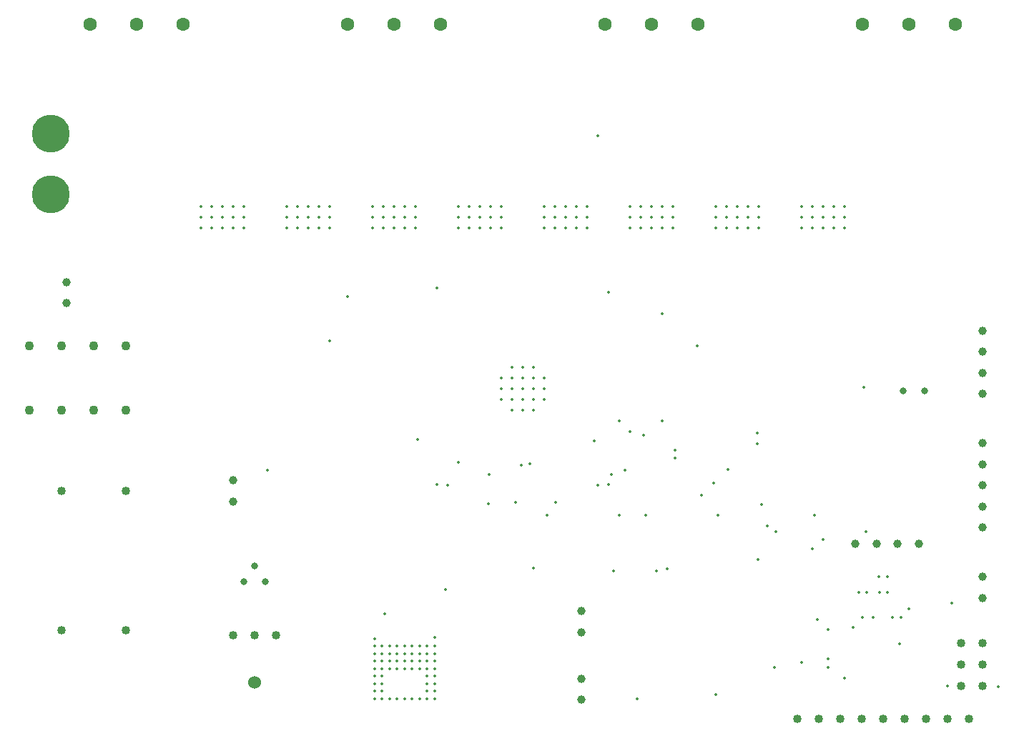
<source format=gbr>
M48
;GenerationSoftware,Autodesk,EAGLE,9.6.2*%
;CreationDate,2023-11-05T21:54:08Z*%
FMAT,2
ICI,OFF
METRIC,TZ,000.000
T8C0.350
T7C0.813
T6C1.000
T5C1.016
T4C1.100
T3C1.524
T2C1.600
T1C4.500
%
G90
M71
T1
X5080Y64980
X5080Y72180
T2
X51220Y85090
X9740Y85090
X15240Y85090
X20740Y85090
X40220Y85090
X45720Y85090
X70700Y85090
X76200Y85090
X81700Y85090
X101180Y85090
X106680Y85090
X112180Y85090
T3
X29210Y7112
T4
X6350Y46990
X10160Y46990
X10160Y39370
X13970Y39370
X13970Y46990
X2540Y39370
X2540Y46990
X6350Y39370
T5
X113792Y2794
X6350Y29845
X6350Y13335
X13970Y13335
X103632Y2794
X13970Y29845
X106172Y2794
X108712Y2794
X112903Y11811
X112903Y9271
X112903Y6731
X115443Y11811
X115443Y9271
X115443Y6731
X31750Y12700
X29210Y12700
X26670Y12700
X111252Y2794
X93472Y2794
X96012Y2794
X98552Y2794
X101092Y2794
T6
X26670Y31095
X6985Y52090
X6985Y54590
X67945Y13101
X115443Y17165
X115443Y19665
X100390Y23605
X67945Y7600
X115460Y41335
X115460Y43835
X115460Y46335
X115460Y48835
X115460Y25480
X115460Y27980
X115460Y30480
X67945Y5100
X115460Y35480
X26670Y28595
X67945Y15601
X107890Y23605
X105390Y23605
X102890Y23605
X115460Y32980
T7
X106045Y41656
X108585Y41656
X30480Y19050
X27940Y19050
X29210Y20955
T8
X99060Y63500
X99060Y62230
X97790Y62230
X95250Y62230
X93980Y62230
X93980Y60960
X95250Y60960
X96520Y60960
X97790Y60960
X99060Y60960
X83820Y63500
X85090Y63500
X86360Y63500
X87630Y63500
X88900Y63500
X88900Y62230
X87630Y62230
X85090Y62230
X83820Y62230
X83820Y60960
X85090Y60960
X86360Y60960
X87630Y60960
X88900Y60960
X86360Y62230
X96520Y62230
X73660Y63500
X74930Y63500
X76200Y63500
X77470Y63500
X78740Y63500
X78740Y62230
X77470Y62230
X74930Y62230
X73660Y62230
X73660Y60960
X74930Y60960
X76200Y60960
X77470Y60960
X78740Y60960
X76200Y62230
X63500Y63500
X64770Y63500
X66040Y63500
X67310Y63500
X68580Y63500
X68580Y62230
X67310Y62230
X64770Y62230
X63500Y62230
X63500Y60960
X64770Y60960
X66040Y60960
X67310Y60960
X68580Y60960
X66040Y62230
X25400Y62230
X59690Y44450
X62230Y44450
X60960Y44450
X58420Y43180
X58420Y41910
X63500Y41910
X63500Y43180
X63500Y40640
X58420Y40640
X59690Y39370
X62230Y39370
X75311Y36449
X78994Y34671
X62230Y20701
X89281Y28194
X77470Y38100
X71755Y20320
X76835Y20320
X61829Y33020
X30797Y32258
X100114Y13640
X101346Y42101
X83820Y5715
X60833Y32893
X51867Y18136
X88773Y36703
X105575Y11735
X117259Y6655
X88773Y35433
X53340Y33209
X82169Y29337
X83566Y30734
X89916Y25708
X95250Y22987
X103124Y19685
X103251Y17780
X90932Y25019
X101600Y25019
X104140Y19685
X104160Y17780
X73073Y32258
X71501Y31750
X40259Y52832
X56896Y28321
X52070Y30480
X48260Y63500
X69850Y71882
X69850Y30480
X77470Y50800
X72390Y38100
X69469Y35749
X57023Y31750
X60134Y28511
X63881Y26924
X72390Y26924
X75565Y26924
X84074Y26924
X95885Y14605
X96520Y24064
X95504Y26924
X44323Y10541
X44323Y11430
X45212Y11430
X46101Y11430
X46990Y11430
X47879Y11430
X48768Y11430
X49657Y11430
X45212Y10541
X46101Y10541
X46990Y10541
X47879Y10541
X48768Y10541
X49657Y10541
X49657Y9652
X49657Y8763
X48768Y8763
X48768Y9652
X47879Y9652
X47879Y8763
X46990Y8763
X46990Y9652
X46101Y9652
X46101Y8763
X45212Y8763
X45212Y9652
X44323Y9652
X44323Y8763
X43434Y6985
X43434Y7874
X44323Y7874
X44323Y6985
X44323Y5207
X44323Y6096
X43434Y6096
X43434Y5207
X49657Y6985
X49657Y7874
X50546Y7874
X50546Y6985
X50546Y5207
X50546Y6096
X49657Y6096
X49657Y5207
X43434Y8763
X43434Y9652
X43434Y10541
X43434Y11430
X43434Y12319
X50546Y11430
X50546Y12446
X50546Y10541
X50546Y9652
X50546Y8763
X45212Y5207
X46101Y5207
X46990Y5207
X47879Y5207
X48768Y5207
X38100Y47625
X48514Y35941
X50800Y53848
X50800Y30607
X71120Y53340
X71120Y30607
X73660Y36830
X81661Y46990
X78090Y20574
X88880Y21693
X44679Y15240
X102489Y14859
X111252Y6731
X93980Y9525
X99060Y7620
X60960Y40640
X90805Y8890
X101248Y14859
X97189Y13428
X97155Y9906
X97155Y8890
X101731Y17780
X100823Y17795
X74549Y5207
X78994Y33762
X85283Y32385
X105771Y14862
X104775Y14859
X106680Y15875
X60960Y41910
X60960Y43180
X62230Y41910
X62230Y43180
X59690Y43180
X59690Y41910
X59690Y40640
X62230Y40640
X60960Y39370
X22860Y63500
X24130Y63500
X25400Y63500
X26670Y63500
X27940Y63500
X27940Y62230
X26670Y62230
X24130Y62230
X22860Y62230
X22860Y60960
X24130Y60960
X25400Y60960
X26670Y60960
X27940Y60960
X33020Y60960
X34290Y60960
X35560Y60960
X36830Y60960
X38100Y60960
X38100Y62230
X64897Y28448
X36830Y62230
X34290Y62230
X35560Y62230
X33020Y62230
X33020Y63500
X34290Y63500
X35560Y63500
X36830Y63500
X38100Y63500
X43180Y63500
X44450Y63500
X45720Y63500
X46990Y63500
X48260Y62230
X46990Y62230
X45720Y62230
X44450Y62230
X43180Y62230
X43180Y60960
X44450Y60960
X45720Y60960
X46990Y60960
X48260Y60960
X53340Y63500
X54610Y63500
X55880Y63500
X57150Y63500
X58420Y63500
X58420Y62230
X57150Y62230
X55880Y62230
X54610Y62230
X53340Y62230
X53340Y60960
X54610Y60960
X55880Y60960
X57150Y60960
X58420Y60960
X93980Y63500
X95250Y63500
X96520Y63500
X97790Y63500
X111760Y16510
M30
</source>
